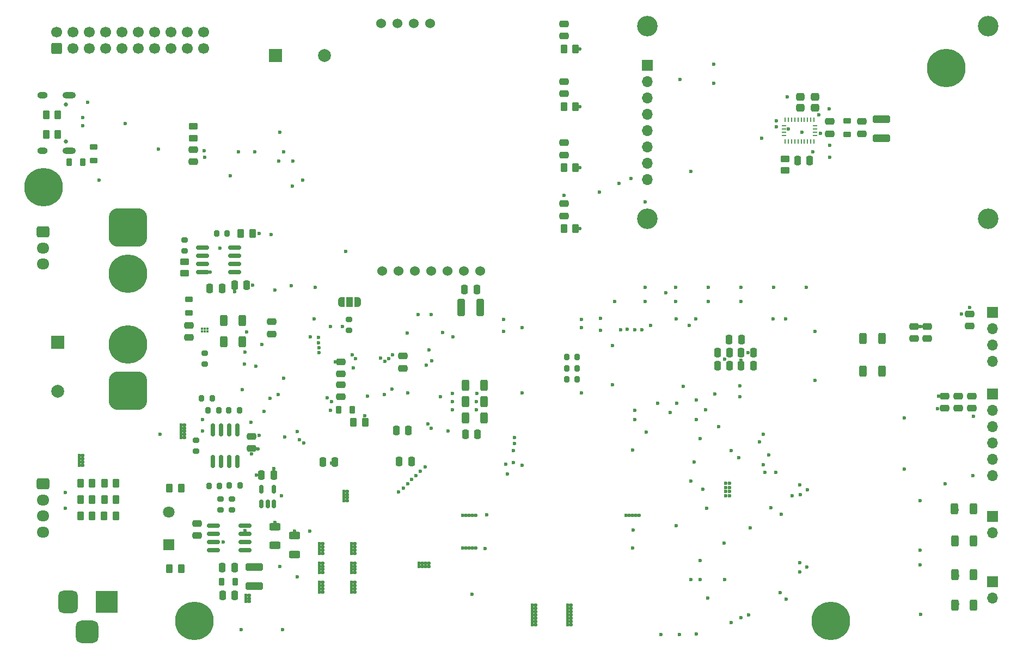
<source format=gbs>
G04 #@! TF.GenerationSoftware,KiCad,Pcbnew,8.0.4*
G04 #@! TF.CreationDate,2024-09-23T19:32:32+09:00*
G04 #@! TF.ProjectId,Solid Rocket Motor Test Station ver 2.0,536f6c69-6420-4526-9f63-6b6574204d6f,2.0*
G04 #@! TF.SameCoordinates,Original*
G04 #@! TF.FileFunction,Soldermask,Bot*
G04 #@! TF.FilePolarity,Negative*
%FSLAX46Y46*%
G04 Gerber Fmt 4.6, Leading zero omitted, Abs format (unit mm)*
G04 Created by KiCad (PCBNEW 8.0.4) date 2024-09-23 19:32:32*
%MOMM*%
%LPD*%
G01*
G04 APERTURE LIST*
G04 Aperture macros list*
%AMRoundRect*
0 Rectangle with rounded corners*
0 $1 Rounding radius*
0 $2 $3 $4 $5 $6 $7 $8 $9 X,Y pos of 4 corners*
0 Add a 4 corners polygon primitive as box body*
4,1,4,$2,$3,$4,$5,$6,$7,$8,$9,$2,$3,0*
0 Add four circle primitives for the rounded corners*
1,1,$1+$1,$2,$3*
1,1,$1+$1,$4,$5*
1,1,$1+$1,$6,$7*
1,1,$1+$1,$8,$9*
0 Add four rect primitives between the rounded corners*
20,1,$1+$1,$2,$3,$4,$5,0*
20,1,$1+$1,$4,$5,$6,$7,0*
20,1,$1+$1,$6,$7,$8,$9,0*
20,1,$1+$1,$8,$9,$2,$3,0*%
%AMFreePoly0*
4,1,19,0.550000,-0.750000,0.000000,-0.750000,0.000000,-0.744911,-0.071157,-0.744911,-0.207708,-0.704816,-0.327430,-0.627875,-0.420627,-0.520320,-0.479746,-0.390866,-0.500000,-0.250000,-0.500000,0.250000,-0.479746,0.390866,-0.420627,0.520320,-0.327430,0.627875,-0.207708,0.704816,-0.071157,0.744911,0.000000,0.744911,0.000000,0.750000,0.550000,0.750000,0.550000,-0.750000,0.550000,-0.750000,
$1*%
%AMFreePoly1*
4,1,19,0.000000,0.744911,0.071157,0.744911,0.207708,0.704816,0.327430,0.627875,0.420627,0.520320,0.479746,0.390866,0.500000,0.250000,0.500000,-0.250000,0.479746,-0.390866,0.420627,-0.520320,0.327430,-0.627875,0.207708,-0.704816,0.071157,-0.744911,0.000000,-0.744911,0.000000,-0.750000,-0.550000,-0.750000,-0.550000,0.750000,0.000000,0.750000,0.000000,0.744911,0.000000,0.744911,
$1*%
G04 Aperture macros list end*
%ADD10RoundRect,1.500000X-1.500000X1.500000X-1.500000X-1.500000X1.500000X-1.500000X1.500000X1.500000X0*%
%ADD11C,6.000000*%
%ADD12R,2.000000X2.000000*%
%ADD13C,2.000000*%
%ADD14R,1.700000X1.700000*%
%ADD15O,1.700000X1.700000*%
%ADD16C,0.650000*%
%ADD17O,2.100000X1.000000*%
%ADD18O,1.600000X1.000000*%
%ADD19C,1.524000*%
%ADD20RoundRect,1.500000X1.500000X-1.500000X1.500000X1.500000X-1.500000X1.500000X-1.500000X-1.500000X0*%
%ADD21RoundRect,0.250000X-0.725000X0.600000X-0.725000X-0.600000X0.725000X-0.600000X0.725000X0.600000X0*%
%ADD22O,1.950000X1.700000*%
%ADD23R,1.800000X1.800000*%
%ADD24C,1.800000*%
%ADD25R,3.500000X3.500000*%
%ADD26RoundRect,0.750000X-0.750000X-1.000000X0.750000X-1.000000X0.750000X1.000000X-0.750000X1.000000X0*%
%ADD27RoundRect,0.875000X-0.875000X-0.875000X0.875000X-0.875000X0.875000X0.875000X-0.875000X0.875000X0*%
%ADD28RoundRect,0.250000X0.600000X-0.600000X0.600000X0.600000X-0.600000X0.600000X-0.600000X-0.600000X0*%
%ADD29C,1.700000*%
%ADD30RoundRect,0.250000X0.250000X0.475000X-0.250000X0.475000X-0.250000X-0.475000X0.250000X-0.475000X0*%
%ADD31RoundRect,0.250000X0.312500X0.625000X-0.312500X0.625000X-0.312500X-0.625000X0.312500X-0.625000X0*%
%ADD32RoundRect,0.250000X-0.475000X0.250000X-0.475000X-0.250000X0.475000X-0.250000X0.475000X0.250000X0*%
%ADD33RoundRect,0.150000X0.150000X-0.825000X0.150000X0.825000X-0.150000X0.825000X-0.150000X-0.825000X0*%
%ADD34RoundRect,0.200000X-0.200000X-0.275000X0.200000X-0.275000X0.200000X0.275000X-0.200000X0.275000X0*%
%ADD35RoundRect,0.218750X-0.381250X0.218750X-0.381250X-0.218750X0.381250X-0.218750X0.381250X0.218750X0*%
%ADD36RoundRect,0.250000X0.475000X-0.250000X0.475000X0.250000X-0.475000X0.250000X-0.475000X-0.250000X0*%
%ADD37RoundRect,0.250000X-0.262500X-0.450000X0.262500X-0.450000X0.262500X0.450000X-0.262500X0.450000X0*%
%ADD38RoundRect,0.250000X-0.625000X0.312500X-0.625000X-0.312500X0.625000X-0.312500X0.625000X0.312500X0*%
%ADD39RoundRect,0.218750X-0.218750X-0.381250X0.218750X-0.381250X0.218750X0.381250X-0.218750X0.381250X0*%
%ADD40C,0.450000*%
%ADD41RoundRect,0.200000X-0.275000X0.200000X-0.275000X-0.200000X0.275000X-0.200000X0.275000X0.200000X0*%
%ADD42RoundRect,0.250000X0.262500X0.450000X-0.262500X0.450000X-0.262500X-0.450000X0.262500X-0.450000X0*%
%ADD43RoundRect,0.200000X0.275000X-0.200000X0.275000X0.200000X-0.275000X0.200000X-0.275000X-0.200000X0*%
%ADD44RoundRect,0.250000X-0.250000X-0.475000X0.250000X-0.475000X0.250000X0.475000X-0.250000X0.475000X0*%
%ADD45RoundRect,0.250000X-0.325000X-1.100000X0.325000X-1.100000X0.325000X1.100000X-0.325000X1.100000X0*%
%ADD46R,0.254000X0.675000*%
%ADD47R,0.675000X0.254000*%
%ADD48RoundRect,0.250000X-1.100000X0.325000X-1.100000X-0.325000X1.100000X-0.325000X1.100000X0.325000X0*%
%ADD49RoundRect,0.300000X-0.350000X-0.300000X0.350000X-0.300000X0.350000X0.300000X-0.350000X0.300000X0*%
%ADD50RoundRect,0.150000X0.825000X0.150000X-0.825000X0.150000X-0.825000X-0.150000X0.825000X-0.150000X0*%
%ADD51RoundRect,0.218750X0.381250X-0.218750X0.381250X0.218750X-0.381250X0.218750X-0.381250X-0.218750X0*%
%ADD52RoundRect,0.250000X0.450000X-0.262500X0.450000X0.262500X-0.450000X0.262500X-0.450000X-0.262500X0*%
%ADD53RoundRect,0.250000X1.100000X-0.325000X1.100000X0.325000X-1.100000X0.325000X-1.100000X-0.325000X0*%
%ADD54RoundRect,0.150000X-0.825000X-0.150000X0.825000X-0.150000X0.825000X0.150000X-0.825000X0.150000X0*%
%ADD55RoundRect,0.250000X-0.450000X0.262500X-0.450000X-0.262500X0.450000X-0.262500X0.450000X0.262500X0*%
%ADD56FreePoly0,180.000000*%
%ADD57R,1.000000X1.500000*%
%ADD58FreePoly1,180.000000*%
%ADD59RoundRect,0.150000X0.150000X-0.512500X0.150000X0.512500X-0.150000X0.512500X-0.150000X-0.512500X0*%
%ADD60C,0.600000*%
%ADD61C,3.200000*%
G04 APERTURE END LIST*
D10*
X102197800Y-90251000D03*
D11*
X102197800Y-97451000D03*
D12*
X91197800Y-108106000D03*
D13*
X91197800Y-115706000D03*
D14*
X236591800Y-145376000D03*
D15*
X236591800Y-147916000D03*
D11*
X112447800Y-151456000D03*
D16*
X92481000Y-71132000D03*
X92481000Y-76912000D03*
D17*
X93011000Y-69702000D03*
D18*
X88831000Y-69702000D03*
D17*
X93011000Y-78342000D03*
D18*
X88831000Y-78342000D03*
D14*
X236591800Y-135216000D03*
D15*
X236591800Y-137756000D03*
D11*
X229447800Y-65456000D03*
D19*
X141656600Y-96992400D03*
X144196600Y-96992400D03*
X146736600Y-96992400D03*
X149276600Y-96992400D03*
X151816600Y-96992400D03*
X154356600Y-96992400D03*
X156896600Y-96992400D03*
X149106600Y-58492400D03*
X146566600Y-58492400D03*
X144026600Y-58492400D03*
X141486600Y-58492400D03*
D12*
X125107800Y-63496000D03*
D13*
X132707800Y-63496000D03*
D11*
X211447800Y-151456000D03*
X89047800Y-83956000D03*
D20*
X102197800Y-115656000D03*
D11*
X102197800Y-108456000D03*
D14*
X236591800Y-103466000D03*
D15*
X236591800Y-106006000D03*
X236591800Y-108546000D03*
X236591800Y-111086000D03*
D21*
X88947800Y-90956000D03*
D22*
X88947800Y-93456000D03*
X88947800Y-95956000D03*
D14*
X236591800Y-116166000D03*
D15*
X236591800Y-118706000D03*
X236591800Y-121246000D03*
X236591800Y-123786000D03*
X236591800Y-126326000D03*
X236591800Y-128866000D03*
D21*
X88947800Y-130136000D03*
D22*
X88947800Y-132636000D03*
X88947800Y-135136000D03*
X88947800Y-137636000D03*
D23*
X108472798Y-139591000D03*
D24*
X108472798Y-134511000D03*
D14*
X182957800Y-65011000D03*
D15*
X182957800Y-67551000D03*
X182957800Y-70091000D03*
X182957800Y-72631000D03*
X182957800Y-75171000D03*
X182957800Y-77711000D03*
X182957800Y-80251000D03*
X182957800Y-82791000D03*
D25*
X98827800Y-148498500D03*
D26*
X92827800Y-148498500D03*
D27*
X95827800Y-153198500D03*
D28*
X91077800Y-62356000D03*
D29*
X91077800Y-59816000D03*
X93617800Y-62356000D03*
X93617800Y-59816000D03*
X96157800Y-62356000D03*
X96157800Y-59816000D03*
X98697800Y-62356000D03*
X98697800Y-59816000D03*
X101237800Y-62356000D03*
X101237800Y-59816000D03*
X103777800Y-62356000D03*
X103777800Y-59816000D03*
X106317800Y-62356000D03*
X106317800Y-59816000D03*
X108857800Y-62356000D03*
X108857800Y-59816000D03*
X111397800Y-62356000D03*
X111397800Y-59816000D03*
X113937800Y-62356000D03*
X113937800Y-59816000D03*
D30*
X120647800Y-99256000D03*
X118747800Y-99256000D03*
D31*
X119972800Y-108016000D03*
X117047800Y-108016000D03*
D30*
X134347800Y-126706000D03*
X132447800Y-126706000D03*
D32*
X229191800Y-116496000D03*
X229191800Y-118396000D03*
D33*
X119178800Y-126689000D03*
X117908800Y-126689000D03*
X116638800Y-126689000D03*
X115368800Y-126689000D03*
X115368800Y-121739000D03*
X116638800Y-121739000D03*
X117908800Y-121739000D03*
X119178800Y-121739000D03*
D32*
X224374800Y-105620000D03*
X224374800Y-107520000D03*
D34*
X114607800Y-118688000D03*
X116257800Y-118688000D03*
D35*
X213971200Y-73685000D03*
X213971200Y-75810000D03*
D36*
X124537000Y-106802800D03*
X124537000Y-104902800D03*
D37*
X98477800Y-130056000D03*
X100302800Y-130056000D03*
D38*
X128075598Y-138176000D03*
X128075598Y-141101000D03*
D39*
X92981000Y-80120000D03*
X95106000Y-80120000D03*
D40*
X113703500Y-106400700D03*
X114103500Y-106400700D03*
X114503500Y-106400700D03*
X113703500Y-106000700D03*
X114103500Y-106000700D03*
X114503500Y-106000700D03*
D41*
X136555800Y-104569500D03*
X136555800Y-106219500D03*
D42*
X171772800Y-71456000D03*
X169947800Y-71456000D03*
D32*
X233010800Y-103710000D03*
X233010800Y-105610000D03*
D31*
X157532800Y-114816000D03*
X154607800Y-114816000D03*
D43*
X112701800Y-125038000D03*
X112701800Y-123388000D03*
X116511800Y-134182000D03*
X116511800Y-132532000D03*
X118289800Y-134182000D03*
X118289800Y-132532000D03*
D36*
X135237800Y-116604000D03*
X135237800Y-114704000D03*
D42*
X91250000Y-72752000D03*
X89425000Y-72752000D03*
X91250000Y-75800000D03*
X89425000Y-75800000D03*
X171772800Y-90456000D03*
X169947800Y-90456000D03*
D32*
X231311800Y-116496000D03*
X231311800Y-118396000D03*
D31*
X219422300Y-112605000D03*
X216497300Y-112605000D03*
D30*
X118763000Y-147499600D03*
X116863000Y-147499600D03*
D32*
X169947800Y-67556000D03*
X169947800Y-69456000D03*
D42*
X110422798Y-143301000D03*
X108597798Y-143301000D03*
D31*
X119972800Y-104726000D03*
X117047800Y-104726000D03*
D34*
X113591800Y-116848000D03*
X115241800Y-116848000D03*
D36*
X121337800Y-124656000D03*
X121337800Y-122756000D03*
D30*
X116777800Y-99716000D03*
X114877800Y-99716000D03*
D44*
X116823000Y-143139600D03*
X118723000Y-143139600D03*
D43*
X114073400Y-111475400D03*
X114073400Y-109825400D03*
D37*
X94747800Y-135136000D03*
X96572800Y-135136000D03*
D32*
X135237800Y-111148000D03*
X135237800Y-113048000D03*
D45*
X153972800Y-102696000D03*
X156922800Y-102696000D03*
D46*
X208851200Y-73524800D03*
D47*
X208988700Y-74437300D03*
X208988700Y-74937300D03*
X208988700Y-75437300D03*
X208988700Y-75937300D03*
D46*
X208851200Y-76849800D03*
X208351200Y-76849800D03*
X207851200Y-76849800D03*
X207351200Y-76849800D03*
X206851200Y-76849800D03*
X206351200Y-76849800D03*
X205851200Y-76849800D03*
X205351200Y-76849800D03*
X204851200Y-76849800D03*
X204351200Y-76849800D03*
D47*
X204213700Y-75937300D03*
X204213700Y-75437300D03*
X204213700Y-74937300D03*
X204213700Y-74437300D03*
D46*
X204351200Y-73524800D03*
X204851200Y-73524800D03*
X205351200Y-73524800D03*
X205851200Y-73524800D03*
X206351200Y-73524800D03*
X206851200Y-73524800D03*
X207351200Y-73524800D03*
X207851200Y-73524800D03*
X208351200Y-73524800D03*
D36*
X216308000Y-75666200D03*
X216308000Y-73766200D03*
D30*
X156392800Y-99936000D03*
X154492800Y-99936000D03*
D44*
X193848600Y-111797200D03*
X195748600Y-111797200D03*
D43*
X110947800Y-93856000D03*
X110947800Y-92206000D03*
D37*
X119722800Y-91156000D03*
X121547800Y-91156000D03*
D34*
X114733800Y-130499000D03*
X116383800Y-130499000D03*
D48*
X219356000Y-73376600D03*
X219356000Y-76326600D03*
D34*
X117846800Y-118688000D03*
X119496800Y-118688000D03*
D37*
X98477800Y-132596000D03*
X100302800Y-132596000D03*
D30*
X146249600Y-126679000D03*
X144349600Y-126679000D03*
D31*
X157536800Y-119896000D03*
X154611800Y-119896000D03*
D44*
X193848600Y-109765200D03*
X195748600Y-109765200D03*
D34*
X115947800Y-91156000D03*
X117597800Y-91156000D03*
D32*
X112285000Y-78123800D03*
X112285000Y-80023800D03*
D30*
X145773800Y-121816000D03*
X143873800Y-121816000D03*
D37*
X98456200Y-135136000D03*
X100281200Y-135136000D03*
D49*
X206743600Y-69925800D03*
X209043600Y-69925800D03*
X209043600Y-71625800D03*
X206743600Y-71625800D03*
D32*
X169947800Y-77056000D03*
X169947800Y-78956000D03*
D44*
X122927800Y-128786000D03*
X124827800Y-128786000D03*
D36*
X112922798Y-138206000D03*
X112922798Y-136306000D03*
D50*
X120397800Y-136646000D03*
X120397800Y-137916000D03*
X120397800Y-139186000D03*
X120397800Y-140456000D03*
X115447800Y-140456000D03*
X115447800Y-139186000D03*
X115447800Y-137916000D03*
X115447800Y-136646000D03*
D38*
X125025598Y-136801000D03*
X125025598Y-139726000D03*
D31*
X233666800Y-149021000D03*
X230741800Y-149021000D03*
D32*
X111627800Y-105456000D03*
X111627800Y-107356000D03*
D51*
X96791000Y-79866000D03*
X96791000Y-77741000D03*
D52*
X112285000Y-76364300D03*
X112285000Y-74539300D03*
D53*
X121813000Y-146039200D03*
X121813000Y-143089200D03*
D54*
X113787800Y-97206000D03*
X113787800Y-95936000D03*
X113787800Y-94666000D03*
X113787800Y-93396000D03*
X118737800Y-93396000D03*
X118737800Y-94666000D03*
X118737800Y-95936000D03*
X118737800Y-97206000D03*
D34*
X170372800Y-113906000D03*
X172022800Y-113906000D03*
D31*
X219422300Y-107525000D03*
X216497300Y-107525000D03*
X233664300Y-144281000D03*
X230739300Y-144281000D03*
D42*
X171772800Y-62456000D03*
X169947800Y-62456000D03*
D55*
X204327800Y-79556000D03*
X204327800Y-81381000D03*
D39*
X134950600Y-118576000D03*
X137075600Y-118576000D03*
D37*
X108597798Y-130801000D03*
X110422798Y-130801000D03*
D52*
X110947800Y-97368500D03*
X110947800Y-95543500D03*
D44*
X197526600Y-111797200D03*
X199426600Y-111797200D03*
D32*
X169947800Y-58556000D03*
X169947800Y-60456000D03*
D37*
X94747800Y-130056000D03*
X96572800Y-130056000D03*
D36*
X211329600Y-75666200D03*
X211329600Y-73766200D03*
D32*
X226406800Y-105620000D03*
X226406800Y-107520000D03*
D56*
X137905800Y-101807000D03*
D57*
X136605800Y-101807000D03*
D58*
X135305800Y-101807000D03*
D35*
X111607800Y-101436000D03*
X111607800Y-103561000D03*
D32*
X144889800Y-110264000D03*
X144889800Y-112164000D03*
D37*
X94747800Y-132596000D03*
X96572800Y-132596000D03*
D32*
X233411800Y-116496000D03*
X233411800Y-118396000D03*
D34*
X170372800Y-112156000D03*
X172022800Y-112156000D03*
D31*
X233616800Y-133991000D03*
X230691800Y-133991000D03*
D42*
X171772800Y-80956000D03*
X169947800Y-80956000D03*
D34*
X170372800Y-110406000D03*
X172022800Y-110406000D03*
D32*
X169947800Y-86556000D03*
X169947800Y-88456000D03*
D31*
X157536800Y-117356000D03*
X154611800Y-117356000D03*
D44*
X154611800Y-122436000D03*
X156511800Y-122436000D03*
X206298600Y-79800800D03*
X208198600Y-79800800D03*
D34*
X117909800Y-130372000D03*
X119559800Y-130372000D03*
D42*
X139047800Y-120546000D03*
X137222800Y-120546000D03*
D59*
X124827800Y-133225500D03*
X123877800Y-133225500D03*
X122927800Y-133225500D03*
X122927800Y-130950500D03*
X124827800Y-130950500D03*
D39*
X116728000Y-145329600D03*
X118853000Y-145329600D03*
D30*
X197562200Y-107733200D03*
X195662200Y-107733200D03*
D31*
X233666800Y-139041000D03*
X230741800Y-139041000D03*
D44*
X197526600Y-109765200D03*
X199426600Y-109765200D03*
D60*
X131243800Y-99576000D03*
X233351800Y-116594000D03*
X231319800Y-116594000D03*
X233605800Y-119642000D03*
X231319800Y-118372000D03*
D61*
X182957800Y-58901000D03*
X235957800Y-58901000D03*
X182957800Y-88901000D03*
X235957800Y-88901000D03*
D60*
X89425000Y-72752000D03*
X95127800Y-126716000D03*
X131947800Y-142456000D03*
X95127800Y-126216000D03*
X119304500Y-78449300D03*
X156922800Y-102696000D03*
X131947800Y-145956000D03*
X116777800Y-99716000D03*
X137447800Y-146456000D03*
X124227800Y-116846000D03*
X137447800Y-140456000D03*
X95127800Y-125716000D03*
X165062600Y-149522800D03*
X131947800Y-139456000D03*
X163412600Y-105802800D03*
X131947800Y-145456000D03*
X136947800Y-143956000D03*
X94627800Y-126716000D03*
X156257800Y-135046000D03*
X100302800Y-130056000D03*
X165062600Y-150022800D03*
X135797800Y-132286000D03*
X169947800Y-77056000D03*
X136947800Y-140456000D03*
X137447800Y-139456000D03*
X135797800Y-131286000D03*
X135797800Y-132786000D03*
X165562600Y-150522800D03*
X120547800Y-147456000D03*
X125797800Y-142956000D03*
X169947800Y-67556000D03*
X136947800Y-142456000D03*
X155757800Y-135046000D03*
X160562600Y-106422800D03*
X206947800Y-75456000D03*
X165562600Y-149022800D03*
X132447800Y-140456000D03*
X154757800Y-135046000D03*
X122562800Y-122586000D03*
X165062600Y-151522800D03*
X165562600Y-151022800D03*
X165062600Y-150522800D03*
X113717800Y-120150000D03*
X113717800Y-121928000D03*
X193244800Y-67805000D03*
X136947800Y-142956000D03*
X132447800Y-145956000D03*
X130447800Y-137456000D03*
X147947800Y-142456000D03*
X116967800Y-139186000D03*
X131947800Y-143456000D03*
X94627800Y-125716000D03*
X137447800Y-146956000D03*
X148447800Y-142456000D03*
X155257800Y-135046000D03*
X157697800Y-140206000D03*
X126378800Y-78497800D03*
X156397800Y-116076000D03*
X118723000Y-143139600D03*
X107113800Y-122436000D03*
X121547800Y-99256000D03*
X132447800Y-142456000D03*
X131947800Y-146956000D03*
X156247800Y-140116000D03*
X131947800Y-139956000D03*
X132447800Y-146956000D03*
X135305800Y-101807000D03*
X121047800Y-147956000D03*
X119772800Y-152806000D03*
X165562600Y-150022800D03*
X165562600Y-151522800D03*
X132447800Y-140956000D03*
X156327800Y-117356000D03*
X96791000Y-77741000D03*
X147447800Y-142956000D03*
X163412600Y-115962800D03*
X144349600Y-126679000D03*
X132447800Y-139456000D03*
X148947800Y-142456000D03*
X121877800Y-78497800D03*
X132447800Y-143956000D03*
X169947800Y-58556000D03*
X132447800Y-126706000D03*
X136947800Y-139956000D03*
X136947800Y-139456000D03*
X137447800Y-143956000D03*
X137087800Y-118596000D03*
X136947800Y-145456000D03*
X139447800Y-116456000D03*
X136297800Y-132786000D03*
X187987800Y-67191800D03*
X125507800Y-116276000D03*
X136297800Y-132286000D03*
X116863000Y-147499600D03*
X112285000Y-80023800D03*
X206298600Y-79800800D03*
X155247800Y-140116000D03*
X135542600Y-105661600D03*
X120547800Y-148456000D03*
X157947800Y-134956000D03*
X95127800Y-127216000D03*
X136947800Y-146456000D03*
X131947800Y-146456000D03*
X92447800Y-133956000D03*
X144889800Y-110264000D03*
X126547800Y-122806000D03*
X165062600Y-149022800D03*
X124537000Y-106802800D03*
X148947800Y-142956000D03*
X148447800Y-142956000D03*
X147447800Y-142456000D03*
X100281200Y-135136000D03*
X137447800Y-145956000D03*
X145773800Y-121816000D03*
X132447800Y-143456000D03*
X127823000Y-79942000D03*
X112285000Y-74539300D03*
X135237800Y-114704000D03*
X106918800Y-78040600D03*
X137447800Y-140956000D03*
X116447800Y-93456000D03*
X94627800Y-127216000D03*
X132447800Y-145456000D03*
X136297800Y-131286000D03*
X154257800Y-135046000D03*
X136947800Y-145956000D03*
X154247800Y-140116000D03*
X122353800Y-124722000D03*
X127535400Y-99322000D03*
X136947800Y-143456000D03*
X92447800Y-131456000D03*
X132447800Y-142956000D03*
X165062600Y-151022800D03*
X131947800Y-140456000D03*
X122099800Y-128786000D03*
X155747800Y-140116000D03*
X132447800Y-146456000D03*
X216308000Y-75666200D03*
X100302800Y-132596000D03*
X136947800Y-140956000D03*
X165562600Y-152022800D03*
X89425000Y-75800000D03*
X135797800Y-131786000D03*
X131145400Y-104446200D03*
X137447800Y-143456000D03*
X169951800Y-85258500D03*
X165062600Y-152022800D03*
X209131054Y-69616800D03*
X131947800Y-140956000D03*
X113994000Y-78314800D03*
X94627800Y-126216000D03*
X121047800Y-147456000D03*
X206743600Y-71625800D03*
X120547800Y-147956000D03*
X121697000Y-143205200D03*
X131947800Y-143956000D03*
X101742700Y-74078200D03*
X147947800Y-142956000D03*
X136297800Y-131786000D03*
X156643800Y-122436000D03*
X165562600Y-149522800D03*
X120397800Y-137371200D03*
X121047800Y-148456000D03*
X137447800Y-142456000D03*
X154747800Y-140116000D03*
X121337800Y-125484000D03*
X137447800Y-142956000D03*
X128475800Y-121974000D03*
X132447800Y-139956000D03*
X156377800Y-118576000D03*
X137447800Y-139956000D03*
X151947800Y-121956000D03*
X124436600Y-91371800D03*
X131947800Y-142956000D03*
X122547800Y-91156000D03*
X219356000Y-76326600D03*
X136947800Y-146956000D03*
X122014800Y-111826000D03*
X137447800Y-145456000D03*
X149357800Y-110982000D03*
X125046200Y-136101200D03*
X133642600Y-105661600D03*
X110447800Y-122956000D03*
X133817800Y-126916000D03*
X110947800Y-121456000D03*
X211329600Y-77495000D03*
X110447800Y-122456000D03*
X148977800Y-109296000D03*
X172447800Y-80956000D03*
X119972800Y-108016000D03*
X110947800Y-120956000D03*
X110447800Y-121456000D03*
X172447800Y-71456000D03*
X172447800Y-62456000D03*
X154611800Y-122436000D03*
X119947800Y-115456000D03*
X119972800Y-104726000D03*
X110447800Y-121956000D03*
X97710000Y-82914000D03*
X110947800Y-122456000D03*
X135237800Y-116604000D03*
X146249600Y-126679000D03*
X129347800Y-82856000D03*
X128449800Y-144635600D03*
X209597800Y-72706000D03*
X123299800Y-118846000D03*
X121849432Y-146012185D03*
X219356000Y-73376600D03*
X172447800Y-90456000D03*
X160572600Y-104532800D03*
X193244800Y-64855000D03*
X153972800Y-102696000D03*
X134447800Y-111148000D03*
X126187800Y-152810200D03*
X139027800Y-119566000D03*
X110947800Y-121956000D03*
X128094200Y-137523600D03*
X157532800Y-114816000D03*
X126347800Y-113736000D03*
X118747800Y-100256000D03*
X114877800Y-99716000D03*
X137905800Y-101807000D03*
X124817800Y-127726000D03*
X121267800Y-120546000D03*
X110447800Y-120956000D03*
X213971200Y-73685000D03*
X204327800Y-81381000D03*
X125787800Y-75436000D03*
X110947800Y-122956000D03*
X127747800Y-83856000D03*
X124997800Y-99956000D03*
X122947800Y-108456000D03*
X144889800Y-112164000D03*
X143873800Y-121816000D03*
X112285000Y-78123800D03*
X114067800Y-79346000D03*
X211177200Y-71754600D03*
X204725600Y-69956200D03*
X224374800Y-107520000D03*
X195752600Y-131337800D03*
X195117600Y-130702800D03*
X231812600Y-103692800D03*
X195117600Y-131337800D03*
X233022600Y-102732800D03*
X228222600Y-116482800D03*
X182583300Y-99576000D03*
X195752600Y-130702800D03*
X195117600Y-131972800D03*
X195752600Y-130067800D03*
X195752600Y-131972800D03*
X195117600Y-130067800D03*
X231091800Y-138841000D03*
X222922600Y-127872800D03*
X228022600Y-118422800D03*
X182558300Y-101735000D03*
X231166800Y-144476000D03*
X204447800Y-104456000D03*
X196007800Y-151694200D03*
X191137800Y-123106000D03*
X195947800Y-124986000D03*
X170562600Y-151022800D03*
X170562600Y-150522800D03*
X198632600Y-109762800D03*
X170562600Y-151522800D03*
X190187800Y-126706000D03*
X225312600Y-140432800D03*
X171062600Y-149022800D03*
X172712600Y-105802800D03*
X199426600Y-109765200D03*
X197490800Y-99576000D03*
X185807800Y-100406000D03*
X201242600Y-128312800D03*
X225392600Y-150482800D03*
X180162600Y-135012800D03*
X231091800Y-134216000D03*
X192385800Y-101735000D03*
X170562600Y-149522800D03*
X171062600Y-151022800D03*
X201002600Y-127202800D03*
X187937800Y-153596000D03*
X225412600Y-105620000D03*
X216497300Y-112605000D03*
X172712600Y-115962800D03*
X194943325Y-110751120D03*
X171062600Y-151522800D03*
X185037800Y-153596000D03*
X181662600Y-135012800D03*
X225312600Y-132792800D03*
X197475800Y-150964000D03*
X171062600Y-150522800D03*
X192347800Y-147866000D03*
X225352600Y-142712800D03*
X190517800Y-120176000D03*
X190447800Y-104456000D03*
X222932600Y-119912800D03*
X205427800Y-131966000D03*
X229191800Y-118396000D03*
X183447800Y-105456000D03*
X171062600Y-150022800D03*
X193848600Y-111797200D03*
X189447800Y-105456000D03*
X208992600Y-114042800D03*
X170562600Y-149022800D03*
X207625800Y-99576000D03*
X208982600Y-106422800D03*
X181162600Y-135012800D03*
X198657800Y-150516000D03*
X189677800Y-145026000D03*
X191127800Y-142086000D03*
X175657800Y-106256000D03*
X229212600Y-130122800D03*
X171062600Y-149522800D03*
X191527800Y-130996000D03*
X216497300Y-107525000D03*
X192177800Y-133916000D03*
X197167800Y-126046000D03*
X186477800Y-119036000D03*
X177810800Y-101735000D03*
X203787800Y-134866000D03*
X201822600Y-125602800D03*
X191137800Y-145026000D03*
X189667800Y-129696000D03*
X187305800Y-101735000D03*
X233411800Y-118396000D03*
X197342600Y-114872800D03*
X192019800Y-118596000D03*
X200962600Y-122462800D03*
X197322600Y-116552800D03*
X193400165Y-116199238D03*
X171062600Y-152022800D03*
X179662600Y-135012800D03*
X203597800Y-147026000D03*
X198927800Y-136996000D03*
X188557800Y-114971200D03*
X202447800Y-104456000D03*
X170562600Y-152022800D03*
X190537800Y-153456000D03*
X202117800Y-133826000D03*
X202570800Y-99576000D03*
X202922600Y-128312800D03*
X231166800Y-148826000D03*
X187497800Y-117636000D03*
X200372600Y-123572800D03*
X180662600Y-135012800D03*
X187447800Y-104456000D03*
X170562600Y-150022800D03*
X233572600Y-128862800D03*
X204507800Y-148076000D03*
X190567000Y-117131200D03*
X172677800Y-104532800D03*
X187305800Y-99576000D03*
X194044800Y-121253000D03*
X175657800Y-104356000D03*
X179827800Y-106086000D03*
X184572600Y-117639200D03*
X152607800Y-117306000D03*
X152607800Y-116036000D03*
X150757800Y-116550500D03*
X152607800Y-118576000D03*
X134950600Y-118576000D03*
X95877800Y-70786000D03*
X96722500Y-79866000D03*
X119559800Y-130372000D03*
X133815254Y-117343960D03*
X133165254Y-116772524D03*
X122927800Y-130950500D03*
X114957800Y-97226000D03*
X128823997Y-123250402D03*
X118737800Y-95936000D03*
X129537800Y-123796000D03*
X204327800Y-79556000D03*
X204884176Y-74937300D03*
X189712420Y-81561000D03*
X202967800Y-73696000D03*
X208697800Y-78456000D03*
X211329600Y-79320000D03*
X200717800Y-76406000D03*
X209827800Y-75587300D03*
X203017420Y-74565620D03*
X148535919Y-111632000D03*
X145597800Y-106716000D03*
X137573107Y-110662068D03*
X120337800Y-109666000D03*
X137007800Y-110096000D03*
X120577800Y-106476000D03*
X91250000Y-72752000D03*
X95109257Y-74422000D03*
X95109257Y-73122000D03*
X91250000Y-75800000D03*
X233266800Y-138572800D03*
X233266800Y-134482800D03*
X219483800Y-112592800D03*
X136555800Y-106219500D03*
X112285000Y-76364300D03*
X155627800Y-147328000D03*
X137222800Y-120546000D03*
X147657800Y-128176000D03*
X162307420Y-123835620D03*
X162127040Y-124935240D03*
X146937800Y-128826000D03*
X144257800Y-131426000D03*
X163485519Y-127253719D03*
X219483800Y-107762800D03*
X143237800Y-115426000D03*
X142027800Y-116246000D03*
X145017800Y-130776000D03*
X161200900Y-128619100D03*
X192410800Y-99576000D03*
X207817800Y-131026000D03*
X197526600Y-109765200D03*
X206647800Y-130256000D03*
X197526600Y-110912800D03*
X206677800Y-131786000D03*
X148367800Y-127526000D03*
X162307420Y-122916380D03*
X207697800Y-143116000D03*
X195748600Y-109765200D03*
X195748600Y-111797200D03*
X206607800Y-143846000D03*
X206597800Y-142436000D03*
X197465800Y-101735000D03*
X131851501Y-108957339D03*
X178527800Y-83429553D03*
X187446000Y-136626000D03*
X180662600Y-124852800D03*
X194847800Y-139386000D03*
X178747114Y-106136686D03*
X125617800Y-79916000D03*
X149277800Y-121466000D03*
X126041800Y-132028000D03*
X124537000Y-104902800D03*
X182087800Y-106136000D03*
X180947800Y-120116000D03*
X180707800Y-137366000D03*
X180662600Y-140092800D03*
X162081280Y-126819480D03*
X145707800Y-130126000D03*
X148794031Y-120828840D03*
X118087800Y-82216000D03*
X182757800Y-122056000D03*
X180997800Y-118656000D03*
X180997800Y-106166000D03*
X194950400Y-145039400D03*
X160916660Y-127064860D03*
X146307800Y-129476000D03*
X233266800Y-148622800D03*
X233266800Y-144742800D03*
X172022800Y-113892801D03*
X172022800Y-112156000D03*
X172022800Y-110412800D03*
X177547800Y-114706000D03*
X177547800Y-108656000D03*
X120282800Y-111511000D03*
X137246040Y-112107761D03*
X180417800Y-82636000D03*
X131831260Y-108157593D03*
X131897800Y-109756000D03*
X175447800Y-84729553D03*
X130490668Y-107257572D03*
X131785310Y-107358911D03*
X182577800Y-86229553D03*
X117908800Y-121739000D03*
X133663512Y-118728753D03*
X145677800Y-115966000D03*
X136017800Y-93946000D03*
X169947800Y-62456000D03*
X141405800Y-110606304D03*
X142095881Y-111110338D03*
X169947800Y-71456000D03*
X169947800Y-80956000D03*
X142745629Y-110643614D03*
X143317728Y-110084411D03*
X169947800Y-90456000D03*
X149276600Y-103837200D03*
X152681385Y-107266108D03*
X151117800Y-106566108D03*
X147316303Y-103807497D03*
M02*

</source>
